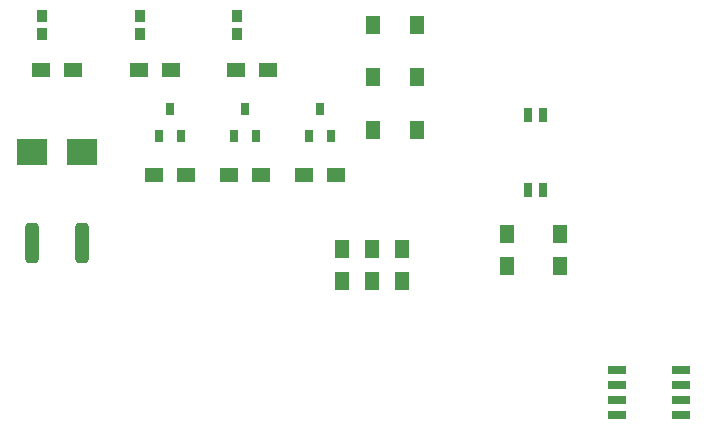
<source format=gbr>
%TF.GenerationSoftware,KiCad,Pcbnew,(6.0.0)*%
%TF.CreationDate,2022-02-25T15:07:17+01:00*%
%TF.ProjectId,ESP8266ControllerCircuit,45535038-3236-4364-936f-6e74726f6c6c,rev?*%
%TF.SameCoordinates,Original*%
%TF.FileFunction,Paste,Top*%
%TF.FilePolarity,Positive*%
%FSLAX46Y46*%
G04 Gerber Fmt 4.6, Leading zero omitted, Abs format (unit mm)*
G04 Created by KiCad (PCBNEW (6.0.0)) date 2022-02-25 15:07:17*
%MOMM*%
%LPD*%
G01*
G04 APERTURE LIST*
G04 Aperture macros list*
%AMRoundRect*
0 Rectangle with rounded corners*
0 $1 Rounding radius*
0 $2 $3 $4 $5 $6 $7 $8 $9 X,Y pos of 4 corners*
0 Add a 4 corners polygon primitive as box body*
4,1,4,$2,$3,$4,$5,$6,$7,$8,$9,$2,$3,0*
0 Add four circle primitives for the rounded corners*
1,1,$1+$1,$2,$3*
1,1,$1+$1,$4,$5*
1,1,$1+$1,$6,$7*
1,1,$1+$1,$8,$9*
0 Add four rect primitives between the rounded corners*
20,1,$1+$1,$2,$3,$4,$5,0*
20,1,$1+$1,$4,$5,$6,$7,0*
20,1,$1+$1,$6,$7,$8,$9,0*
20,1,$1+$1,$8,$9,$2,$3,0*%
G04 Aperture macros list end*
%ADD10R,1.300000X1.500000*%
%ADD11R,1.500000X1.300000*%
%ADD12R,1.166350X1.541350*%
%ADD13R,0.950000X1.050000*%
%ADD14RoundRect,0.250000X0.312500X1.450000X-0.312500X1.450000X-0.312500X-1.450000X0.312500X-1.450000X0*%
%ADD15R,1.528000X0.650000*%
%ADD16R,2.500000X2.300000*%
%ADD17R,0.787400X0.984250*%
%ADD18R,0.800000X1.300000*%
G04 APERTURE END LIST*
D10*
%TO.C,R2*%
X198135000Y-84375000D03*
X198135000Y-87075000D03*
%TD*%
D11*
%TO.C,R11*%
X166450000Y-79390000D03*
X163750000Y-79390000D03*
%TD*%
D12*
%TO.C,D2*%
X186012500Y-71120000D03*
X182287500Y-71120000D03*
%TD*%
D10*
%TO.C,R4*%
X184770000Y-88345000D03*
X184770000Y-85645000D03*
%TD*%
D11*
%TO.C,R10*%
X154225000Y-70470000D03*
X156925000Y-70470000D03*
%TD*%
D13*
%TO.C,LED2*%
X162560000Y-65925000D03*
X162560000Y-67425000D03*
%TD*%
D11*
%TO.C,R8*%
X179150000Y-79390000D03*
X176450000Y-79390000D03*
%TD*%
%TO.C,R5*%
X162480000Y-70470000D03*
X165180000Y-70470000D03*
%TD*%
%TO.C,R7*%
X172800000Y-79390000D03*
X170100000Y-79390000D03*
%TD*%
D10*
%TO.C,R9*%
X179690000Y-88345000D03*
X179690000Y-85645000D03*
%TD*%
D12*
%TO.C,D3*%
X186012500Y-66675000D03*
X182287500Y-66675000D03*
%TD*%
D14*
%TO.C,F1*%
X157712500Y-85135000D03*
X153437500Y-85135000D03*
%TD*%
D15*
%TO.C,IC1*%
X202955000Y-95885000D03*
X202955000Y-97155000D03*
X202955000Y-98425000D03*
X202955000Y-99695000D03*
X208377000Y-99695000D03*
X208377000Y-98425000D03*
X208377000Y-97155000D03*
X208377000Y-95885000D03*
%TD*%
D13*
%TO.C,LED1*%
X170815000Y-65925000D03*
X170815000Y-67425000D03*
%TD*%
D16*
%TO.C,D1*%
X157710560Y-77471020D03*
X153410560Y-77471020D03*
%TD*%
D10*
%TO.C,R1*%
X182230000Y-88345000D03*
X182230000Y-85645000D03*
%TD*%
D11*
%TO.C,R6*%
X170735000Y-70470000D03*
X173435000Y-70470000D03*
%TD*%
D17*
%TO.C,Q1*%
X170515050Y-76061100D03*
X172385050Y-76061100D03*
X171450050Y-73798600D03*
%TD*%
D10*
%TO.C,R3*%
X193690000Y-84375000D03*
X193690000Y-87075000D03*
%TD*%
D17*
%TO.C,Q3*%
X164165050Y-76061100D03*
X166035050Y-76061100D03*
X165100050Y-73798600D03*
%TD*%
D12*
%TO.C,D4*%
X186012500Y-75565000D03*
X182287500Y-75565000D03*
%TD*%
D13*
%TO.C,LED3*%
X154305000Y-65925000D03*
X154305000Y-67425000D03*
%TD*%
D18*
%TO.C,U2*%
X195427500Y-80610000D03*
X196707500Y-80610000D03*
X196707500Y-74310000D03*
X195427500Y-74310000D03*
%TD*%
D17*
%TO.C,Q2*%
X176865050Y-76061100D03*
X178735050Y-76061100D03*
X177800050Y-73798600D03*
%TD*%
M02*

</source>
